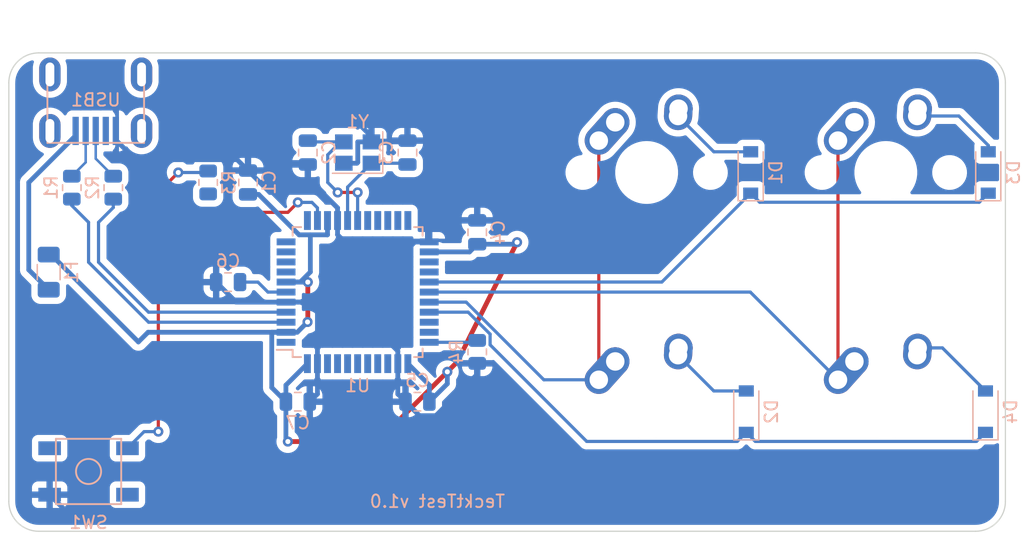
<source format=kicad_pcb>
(kicad_pcb (version 20211014) (generator pcbnew)
  (layers (0 "F.Cu" signal) (31 "B.Cu" signal) (34 "B.Paste" user) (35 "F.Paste" user) (36 "B.SilkS" user "B.Silkscreen") (37 "F.SilkS" user "F.Silkscreen") (38 "B.Mask" user) (39 "F.Mask" user) (44 "Edge.Cuts" user))
  (net 0 "")
  (net 1 "+5V")
  (net 2 "GND")
  (net 3 "Net-(C2-Pad2)")
  (net 4 "Net-(C3-Pad2)")
  (net 5 "Net-(C6-Pad1)")
  (net 6 "ROW0")
  (net 7 "Net-(D1-Pad2)")
  (net 8 "ROW1")
  (net 9 "Net-(D2-Pad2)")
  (net 10 "Net-(D3-Pad2)")
  (net 11 "Net-(D4-Pad2)")
  (net 12 "VCC")
  (net 13 "COL0")
  (net 14 "COL1")
  (net 15 "D-")
  (net 16 "Net-(R1-Pad2)")
  (net 17 "D+")
  (net 18 "Net-(R2-Pad2)")
  (net 19 "Net-(R3-Pad2)")
  (net 20 "Net-(R4-Pad1)")
  (footprint "MX_Alps_Hybrid:MX-1U-NoLED" (layer "F.Cu") (at 129.38125 96.8375)
    (fp_text reference "MX3")
    (fp_text value "MX-NoLED")
    (pad "" np_thru_hole circle locked (at -5.08 0 48.0996) (size 1.75 1.75) (drill 1.75) (layers *.Cu *.Mask))
    (pad "" np_thru_hole circle locked (at 0 0) (size 3.9878 3.9878) (drill 3.9878) (layers *.Cu *.Mask))
    (pad "" np_thru_hole circle locked (at 5.08 0 48.0996) (size 1.75 1.75) (drill 1.75) (layers *.Cu *.Mask))
    (pad "1" thru_hole oval locked (at -3.81 -2.54 48.0996) (size 4.211556 2.25) (drill 1.47 (offset 0.980778 0)) (layers *.Cu "B.Mask") (net 14 "COL1"))
    (pad "1" thru_hole circle locked (at -2.5 -4) (size 2.25 2.25) (drill 1.47) (layers *.Cu "B.Mask") (net 14 "COL1"))
    (pad "2" thru_hole circle locked (at 2.54 -5.08) (size 2.25 2.25) (drill 1.47) (layers *.Cu "B.Mask") (net 10 "Net-(D3-Pad2)"))
    (pad "2" thru_hole oval locked (at 2.5 -4.5 86.0548) (size 2.831378 2.25) (drill 1.47 (offset 0.290689 0)) (layers *.Cu "B.Mask") (net 10 "Net-(D3-Pad2)"))
  )
  (footprint "MX_Alps_Hybrid:MX-1U-NoLED" (layer "F.Cu") (at 110.33125 96.8375)
    (fp_text reference "MX1")
    (fp_text value "MX-NoLED")
    (pad "" np_thru_hole circle locked (at -5.08 0 48.0996) (size 1.75 1.75) (drill 1.75) (layers *.Cu *.Mask))
    (pad "" np_thru_hole circle locked (at 0 0) (size 3.9878 3.9878) (drill 3.9878) (layers *.Cu *.Mask))
    (pad "" np_thru_hole circle locked (at 5.08 0 48.0996) (size 1.75 1.75) (drill 1.75) (layers *.Cu *.Mask))
    (pad "1" thru_hole circle locked (at -2.5 -4) (size 2.25 2.25) (drill 1.47) (layers *.Cu "B.Mask") (net 13 "COL0"))
    (pad "1" thru_hole oval locked (at -3.81 -2.54 48.0996) (size 4.211556 2.25) (drill 1.47 (offset 0.980778 0)) (layers *.Cu "B.Mask") (net 13 "COL0"))
    (pad "2" thru_hole oval locked (at 2.5 -4.5 86.0548) (size 2.831378 2.25) (drill 1.47 (offset 0.290689 0)) (layers *.Cu "B.Mask") (net 7 "Net-(D1-Pad2)"))
    (pad "2" thru_hole circle locked (at 2.54 -5.08) (size 2.25 2.25) (drill 1.47) (layers *.Cu "B.Mask") (net 7 "Net-(D1-Pad2)"))
  )
  (footprint "MX_Alps_Hybrid:MX-1U-NoLED" (layer "F.Cu") (at 110.33125 115.8875)
    (fp_text reference "MX2")
    (fp_text value "MX-NoLED")
    (pad "" np_thru_hole circle locked (at 0 0) (size 3.9878 3.9878) (drill 3.9878) (layers *.Cu *.Mask))
    (pad "" np_thru_hole circle locked (at 5.08 0 48.0996) (size 1.75 1.75) (drill 1.75) (layers *.Cu *.Mask))
    (pad "" np_thru_hole circle locked (at -5.08 0 48.0996) (size 1.75 1.75) (drill 1.75) (layers *.Cu *.Mask))
    (pad "1" thru_hole circle locked (at -2.5 -4) (size 2.25 2.25) (drill 1.47) (layers *.Cu "B.Mask") (net 13 "COL0"))
    (pad "1" thru_hole oval locked (at -3.81 -2.54 48.0996) (size 4.211556 2.25) (drill 1.47 (offset 0.980778 0)) (layers *.Cu "B.Mask") (net 13 "COL0"))
    (pad "2" thru_hole circle locked (at 2.54 -5.08) (size 2.25 2.25) (drill 1.47) (layers *.Cu "B.Mask") (net 9 "Net-(D2-Pad2)"))
    (pad "2" thru_hole oval locked (at 2.5 -4.5 86.0548) (size 2.831378 2.25) (drill 1.47 (offset 0.290689 0)) (layers *.Cu "B.Mask") (net 9 "Net-(D2-Pad2)"))
  )
  (footprint "MX_Alps_Hybrid:MX-1U-NoLED" (layer "F.Cu") (at 129.38125 115.8875)
    (fp_text reference "MX4")
    (fp_text value "MX-NoLED")
    (pad "" np_thru_hole circle locked (at -5.08 0 48.0996) (size 1.75 1.75) (drill 1.75) (layers *.Cu *.Mask))
    (pad "" np_thru_hole circle locked (at 5.08 0 48.0996) (size 1.75 1.75) (drill 1.75) (layers *.Cu *.Mask))
    (pad "" np_thru_hole circle locked (at 0 0) (size 3.9878 3.9878) (drill 3.9878) (layers *.Cu *.Mask))
    (pad "1" thru_hole circle locked (at -2.5 -4) (size 2.25 2.25) (drill 1.47) (layers *.Cu "B.Mask") (net 14 "COL1"))
    (pad "1" thru_hole oval locked (at -3.81 -2.54 48.0996) (size 4.211556 2.25) (drill 1.47 (offset 0.980778 0)) (layers *.Cu "B.Mask") (net 14 "COL1"))
    (pad "2" thru_hole circle locked (at 2.54 -5.08) (size 2.25 2.25) (drill 1.47) (layers *.Cu "B.Mask") (net 11 "Net-(D4-Pad2)"))
    (pad "2" thru_hole oval locked (at 2.5 -4.5 86.0548) (size 2.831378 2.25) (drill 1.47 (offset 0.290689 0)) (layers *.Cu "B.Mask") (net 11 "Net-(D4-Pad2)"))
  )
  (footprint "Resistor_SMD:R_0805_2012Metric" (layer "B.Cu") (at 75.40625 97.63125 90)
    (fp_text reference "R3" (at 0 1.65 90) (layer "B.SilkS") (effects (justify mirror)))
    (fp_text value "10k")
    (fp_line (start -0.227064 0.735) (end 0.227064 0.735) (layer "B.SilkS") (width 0.12))
    (fp_line (start -0.227064 -0.735) (end 0.227064 -0.735) (layer "B.SilkS") (width 0.12))
    (pad "1" smd roundrect (at -0.9125 0 90) (size 1.025 1.4) (layers "B.Cu" "B.Paste" "B.Mask") (roundrect_rratio 0.243902439) (net 1 "+5V"))
    (pad "2" smd roundrect (at 0.9125 0 90) (size 1.025 1.4) (layers "B.Cu" "B.Paste" "B.Mask") (roundrect_rratio 0.243902439) (net 19 "Net-(R3-Pad2)"))
  )
  (footprint "Diode_SMD:D_SOD-123" (layer "B.Cu") (at 118.618 96.8375 90)
    (fp_text reference "D1" (at 0 2 90) (layer "B.SilkS") (effects (justify mirror)))
    (fp_text value "D_Small")
    (fp_line (start -2.25 -1) (end 1.65 -1) (layer "B.SilkS") (width 0.12))
    (fp_line (start -2.25 1) (end -2.25 -1) (layer "B.SilkS") (width 0.12))
    (fp_line (start -2.25 1) (end 1.65 1) (layer "B.SilkS") (width 0.12))
    (pad "1" smd rect (at -1.65 0 90) (size 0.9 1.2) (layers "B.Cu" "B.Paste" "B.Mask") (net 6 "ROW0"))
    (pad "2" smd rect (at 1.65 0 90) (size 0.9 1.2) (layers "B.Cu" "B.Paste" "B.Mask") (net 7 "Net-(D1-Pad2)"))
  )
  (footprint "Capacitor_SMD:C_0805_2012Metric" (layer "B.Cu") (at 78.58125 97.63125 90)
    (fp_text reference "C1" (at 0 1.68 90) (layer "B.SilkS") (effects (justify mirror)))
    (fp_text value "0.1uF")
    (fp_line (start -0.261252 0.735) (end 0.261252 0.735) (layer "B.SilkS") (width 0.12))
    (fp_line (start -0.261252 -0.735) (end 0.261252 -0.735) (layer "B.SilkS") (width 0.12))
    (pad "1" smd roundrect (at -0.95 0 90) (size 1 1.45) (layers "B.Cu" "B.Paste" "B.Mask") (net 1 "+5V"))
    (pad "2" smd roundrect (at 0.95 0 90) (size 1 1.45) (layers "B.Cu" "B.Paste" "B.Mask") (net 2 "GND"))
  )
  (footprint "Fuse:Fuse_1206_3216Metric" (layer "B.Cu") (at 62.70625 104.775 90)
    (fp_text reference "F1" (at 0 1.82 90) (layer "B.SilkS") (effects (justify mirror)))
    (fp_text value "500mA")
    (fp_line (start -0.602064 -0.91) (end 0.602064 -0.91) (layer "B.SilkS") (width 0.12))
    (fp_line (start -0.602064 0.91) (end 0.602064 0.91) (layer "B.SilkS") (width 0.12))
    (pad "1" smd roundrect (at -1.4 0 90) (size 1.25 1.75) (layers "B.Cu" "B.Paste" "B.Mask") (roundrect_rratio 0.2) (net 12 "VCC"))
    (pad "2" smd roundrect (at 1.4 0 90) (size 1.25 1.75) (layers "B.Cu" "B.Paste" "B.Mask") (roundrect_rratio 0.2) (net 1 "+5V"))
  )
  (footprint "Capacitor_SMD:C_0805_2012Metric" (layer "B.Cu") (at 96.8375 101.6 90)
    (fp_text reference "C4" (at 0 1.68 90) (layer "B.SilkS") (effects (justify mirror)))
    (fp_text value "0.1uF")
    (fp_line (start -0.261252 -0.735) (end 0.261252 -0.735) (layer "B.SilkS") (width 0.12))
    (fp_line (start -0.261252 0.735) (end 0.261252 0.735) (layer "B.SilkS") (width 0.12))
    (pad "1" smd roundrect (at -0.95 0 90) (size 1 1.45) (layers "B.Cu" "B.Paste" "B.Mask") (net 1 "+5V"))
    (pad "2" smd roundrect (at 0.95 0 90) (size 1 1.45) (layers "B.Cu" "B.Paste" "B.Mask") (net 2 "GND"))
  )
  (footprint "Capacitor_SMD:C_0805_2012Metric" (layer "B.Cu") (at 82.55 115.09375)
    (fp_text reference "C7" (at 0 1.68) (layer "B.SilkS") (effects (justify mirror)))
    (fp_text value "10uF")
    (fp_line (start -0.261252 -0.735) (end 0.261252 -0.735) (layer "B.SilkS") (width 0.12))
    (fp_line (start -0.261252 0.735) (end 0.261252 0.735) (layer "B.SilkS") (width 0.12))
    (pad "1" smd roundrect (at -0.95 0) (size 1 1.45) (layers "B.Cu" "B.Paste" "B.Mask") (net 1 "+5V"))
    (pad "2" smd roundrect (at 0.95 0) (size 1 1.45) (layers "B.Cu" "B.Paste" "B.Mask") (net 2 "GND"))
  )
  (footprint "Capacitor_SMD:C_0805_2012Metric" (layer "B.Cu") (at 76.99375 105.56875 180)
    (fp_text reference "C6" (at 0 1.68) (layer "B.SilkS") (effects (justify mirror)))
    (fp_text value "1uF")
    (fp_line (start -0.261252 0.735) (end 0.261252 0.735) (layer "B.SilkS") (width 0.12))
    (fp_line (start -0.261252 -0.735) (end 0.261252 -0.735) (layer "B.SilkS") (width 0.12))
    (pad "1" smd roundrect (at -0.95 0 180) (size 1 1.45) (layers "B.Cu" "B.Paste" "B.Mask") (net 5 "Net-(C6-Pad1)"))
    (pad "2" smd roundrect (at 0.95 0 180) (size 1 1.45) (layers "B.Cu" "B.Paste" "B.Mask") (net 2 "GND"))
  )
  (footprint "random-keyboard-parts:Molex-0548190589" (layer "B.Cu") (at 66.45275 89.027 -90)
    (fp_text reference "USB1" (at 2.032 0) (layer "B.SilkS") (effects (justify mirror)))
    (fp_text value "Molex-0548190589")
    (fp_line (start 0 3.85) (end 5.45 3.85) (layer "B.SilkS") (width 0.15))
    (fp_line (start 5.45 3.85) (end 5.45 -3.85) (layer "B.SilkS") (width 0.15))
    (fp_line (start 0 -3.85) (end 5.45 -3.85) (layer "B.SilkS") (width 0.15))
    (pad "1" smd rect locked (at 4.5 -1.6 270) (size 2.25 0.5) (layers "B.Cu" "B.Paste" "B.Mask") (net 2 "GND"))
    (pad "2" smd rect locked (at 4.5 -0.8 270) (size 2.25 0.5) (layers "B.Cu" "B.Paste" "B.Mask"))
    (pad "3" smd rect locked (at 4.5 0 270) (size 2.25 0.5) (layers "B.Cu" "B.Paste" "B.Mask") (net 17 "D+"))
    (pad "4" smd rect locked (at 4.5 0.8 270) (size 2.25 0.5) (layers "B.Cu" "B.Paste" "B.Mask") (net 15 "D-"))
    (pad "5" smd rect locked (at 4.5 1.6 270) (size 2.25 0.5) (layers "B.Cu" "B.Paste" "B.Mask") (net 12 "VCC"))
    (pad "6" thru_hole oval locked (at 0 3.65 270) (size 2.7 1.7) (drill oval 1.9 0.7) (layers *.Cu *.Mask))
    (pad "6" thru_hole oval locked (at 4.5 -3.65 270) (size 2.7 1.7) (drill oval 1.9 0.7) (layers *.Cu *.Mask))
    (pad "6" thru_hole oval locked (at 0 -3.65 270) (size 2.7 1.7) (drill oval 1.9 0.7) (layers *.Cu *.Mask))
    (pad "6" thru_hole oval locked (at 4.5 3.65 270) (size 2.7 1.7) (drill oval 1.9 0.7) (layers *.Cu *.Mask))
  )
  (footprint "Diode_SMD:D_SOD-123" (layer "B.Cu") (at 137.31875 115.8875 90)
    (fp_text reference "D4" (at 0 2 90) (layer "B.SilkS") (effects (justify mirror)))
    (fp_text value "D_Small")
    (fp_line (start -2.25 1) (end -2.25 -1) (layer "B.SilkS") (width 0.12))
    (fp_line (start -2.25 1) (end 1.65 1) (layer "B.SilkS") (width 0.12))
    (fp_line (start -2.25 -1) (end 1.65 -1) (layer "B.SilkS") (width 0.12))
    (pad "1" smd rect (at -1.65 0 90) (size 0.9 1.2) (layers "B.Cu" "B.Paste" "B.Mask") (net 8 "ROW1"))
    (pad "2" smd rect (at 1.65 0 90) (size 0.9 1.2) (layers "B.Cu" "B.Paste" "B.Mask") (net 11 "Net-(D4-Pad2)"))
  )
  (footprint "Resistor_SMD:R_0805_2012Metric" (layer "B.Cu") (at 96.8375 111.125 -90)
    (fp_text reference "R4" (at 0 1.65 90) (layer "B.SilkS") (effects (justify mirror)))
    (fp_text value "10k")
    (fp_line (start -0.227064 -0.735) (end 0.227064 -0.735) (layer "B.SilkS") (width 0.12))
    (fp_line (start -0.227064 0.735) (end 0.227064 0.735) (layer "B.SilkS") (width 0.12))
    (pad "1" smd roundrect (at -0.9125 0 270) (size 1.025 1.4) (layers "B.Cu" "B.Paste" "B.Mask") (roundrect_rratio 0.243902439) (net 20 "Net-(R4-Pad1)"))
    (pad "2" smd roundrect (at 0.9125 0 270) (size 1.025 1.4) (layers "B.Cu" "B.Paste" "B.Mask") (roundrect_rratio 0.243902439) (net 2 "GND"))
  )
  (footprint "Resistor_SMD:R_0805_2012Metric" (layer "B.Cu") (at 64.54775 98.044 -90)
    (fp_text reference "R1" (at 0 1.65 90) (layer "B.SilkS") (effects (justify mirror)))
    (fp_text value "22")
    (fp_line (start -0.227064 0.735) (end 0.227064 0.735) (layer "B.SilkS") (width 0.12))
    (fp_line (start -0.227064 -0.735) (end 0.227064 -0.735) (layer "B.SilkS") (width 0.12))
    (pad "1" smd roundrect (at -0.9125 0 270) (size 1.025 1.4) (layers "B.Cu" "B.Paste" "B.Mask") (roundrect_rratio 0.243902439) (net 15 "D-"))
    (pad "2" smd roundrect (at 0.9125 0 270) (size 1.025 1.4) (layers "B.Cu" "B.Paste" "B.Mask") (roundrect_rratio 0.243902439) (net 16 "Net-(R1-Pad2)"))
  )
  (footprint "Capacitor_SMD:C_0805_2012Metric" (layer "B.Cu") (at 83.34375 95.25 90)
    (fp_text reference "C2" (at 0 1.68 90) (layer "B.SilkS") (effects (justify mirror)))
    (fp_text value "22pF")
    (fp_line (start -0.261252 0.735) (end 0.261252 0.735) (layer "B.SilkS") (width 0.12))
    (fp_line (start -0.261252 -0.735) (end 0.261252 -0.735) (layer "B.SilkS") (width 0.12))
    (pad "1" smd roundrect (at -0.95 0 90) (size 1 1.45) (layers "B.Cu" "B.Paste" "B.Mask") (net 2 "GND"))
    (pad "2" smd roundrect (at 0.95 0 90) (size 1 1.45) (layers "B.Cu" "B.Paste" "B.Mask") (net 3 "Net-(C2-Pad2)"))
  )
  (footprint "Diode_SMD:D_SOD-123" (layer "B.Cu") (at 137.541 96.8375 90)
    (fp_text reference "D3" (at 0 2 90) (layer "B.SilkS") (effects (justify mirror)))
    (fp_text value "D_Small")
    (fp_line (start -2.25 -1) (end 1.65 -1) (layer "B.SilkS") (width 0.12))
    (fp_line (start -2.25 1) (end 1.65 1) (layer "B.SilkS") (width 0.12))
    (fp_line (start -2.25 1) (end -2.25 -1) (layer "B.SilkS") (width 0.12))
    (pad "1" smd rect (at -1.65 0 90) (size 0.9 1.2) (layers "B.Cu" "B.Paste" "B.Mask") (net 6 "ROW0"))
    (pad "2" smd rect (at 1.65 0 90) (size 0.9 1.2) (layers "B.Cu" "B.Paste" "B.Mask") (net 10 "Net-(D3-Pad2)"))
  )
  (footprint "Crystal:Crystal_SMD_3225-4Pin_3.2x2.5mm" (layer "B.Cu") (at 87.3125 95.25 180)
    (fp_text reference "Y1" (at 0 2.45) (layer "B.SilkS") (effects (justify mirror)))
    (fp_text value "16MHz")
    (fp_line (start -2 -1.65) (end 2 -1.65) (layer "B.SilkS") (width 0.12))
    (fp_line (start -2 1.65) (end -2 -1.65) (layer "B.SilkS") (width 0.12))
    (pad "1" smd rect (at -1.1 -0.85 180) (size 1.4 1.2) (layers "B.Cu" "B.Paste" "B.Mask") (net 4 "Net-(C3-Pad2)"))
    (pad "2" smd rect (at 1.1 -0.85 180) (size 1.4 1.2) (layers "B.Cu" "B.Paste" "B.Mask") (net 2 "GND"))
    (pad "3" smd rect (at 1.1 0.85 180) (size 1.4 1.2) (layers "B.Cu" "B.Paste" "B.Mask") (net 3 "Net-(C2-Pad2)"))
    (pad "4" smd rect (at -1.1 0.85 180) (size 1.4 1.2) (layers "B.Cu" "B.Paste" "B.Mask") (net 2 "GND"))
  )
  (footprint "Capacitor_SMD:C_0805_2012Metric" (layer "B.Cu") (at 91.28125 95.25 -90)
    (fp_text reference "C3" (at 0 1.68 90) (layer "B.SilkS") (effects (justify mirror)))
    (fp_text value "22pF")
    (fp_line (start -0.261252 -0.735) (end 0.261252 -0.735) (layer "B.SilkS") (width 0.12))
    (fp_line (start -0.261252 0.735) (end 0.261252 0.735) (layer "B.SilkS") (width 0.12))
    (pad "1" smd roundrect (at -0.95 0 270) (size 1 1.45) (layers "B.Cu" "B.Paste" "B.Mask") (net 2 "GND"))
    (pad "2" smd roundrect (at 0.95 0 270) (size 1 1.45) (layers "B.Cu" "B.Paste" "B.Mask") (net 4 "Net-(C3-Pad2)"))
  )
  (footprint "Package_QFP:TQFP-44_10x10mm_P0.8mm" (layer "B.Cu") (at 87.3125 106.3625)
    (fp_text reference "U1" (at 0 7.45) (layer "B.SilkS") (effects (justify mirror)))
    (fp_text value "ATmega32U4-A")
    (fp_line (start 5.175 5.175) (end 5.175 4.5) (layer "B.SilkS") (width 0.15))
    (fp_line (start -5.175 5.175) (end -5.175 4.6) (layer "B.SilkS") (width 0.15))
    (fp_line (start 5.175 5.175) (end 4.5 5.175) (layer "B.SilkS") (width 0.15))
    (fp_line (start 5.175 -5.175) (end 5.175 -4.5) (layer "B.SilkS") (width 0.15))
    (fp_line (start -5.175 5.175) (end -4.5 5.175) (layer "B.SilkS") (width 0.15))
    (fp_line (start -5.175 -5.175) (end -4.5 -5.175) (layer "B.SilkS") (width 0.15))
    (fp_line (start 5.175 -5.175) (end 4.5 -5.175) (layer "B.SilkS") (width 0.15))
    (fp_line (start -5.175 -5.175) (end -5.175 -4.5) (layer "B.SilkS") (width 0.15))
    (fp_line (start -5.175 4.6) (end -6.45 4.6) (layer "B.SilkS") (width 0.15))
    (pad "1" smd rect (at -5.7 4) (size 1.5 0.55) (layers "B.Cu" "B.Paste" "B.Mask"))
    (pad "2" smd rect (at -5.7 3.2) (size 1.5 0.55) (layers "B.Cu" "B.Paste" "B.Mask") (net 1 "+5V"))
    (pad "3" smd rect (at -5.7 2.4) (size 1.5 0.55) (layers "B.Cu" "B.Paste" "B.Mask") (net 16 "Net-(R1-Pad2)"))
    (pad "4" smd rect (at -5.7 1.6) (size 1.5 0.55) (layers "B.Cu" "B.Paste" "B.Mask") (net 18 "Net-(R2-Pad2)"))
    (pad "5" smd rect (at -5.7 0.8) (size 1.5 0.55) (layers "B.Cu" "B.Paste" "B.Mask") (net 2 "GND"))
    (pad "6" smd rect (at -5.7 0) (size 1.5 0.55) (layers "B.Cu" "B.Paste" "B.Mask") (net 5 "Net-(C6-Pad1)"))
    (pad "7" smd rect (at -5.7 -0.8) (size 1.5 0.55) (layers "B.Cu" "B.Paste" "B.Mask") (net 1 "+5V"))
    (pad "8" smd rect (at -5.7 -1.6) (size 1.5 0.55) (layers "B.Cu" "B.Paste" "B.Mask"))
    (pad "9" smd rect (at -5.7 -2.4) (size 1.5 0.55) (layers "B.Cu" "B.Paste" "B.Mask"))
    (pad "10" smd rect (at -5.7 -3.2) (size 1.5 0.55) (layers "B.Cu" "B.Paste" "B.Mask"))
    (pad "11" smd rect (at -5.7 -4) (size 1.5 0.55) (layers "B.Cu" "B.Paste" "B.Mask"))
    (pad "12" smd rect (at -4 -5.7 270) (size 1.5 0.55) (layers "B.Cu" "B.Paste" "B.Mask"))
    (pad "13" smd rect (at -3.2 -5.7 270) (size 1.5 0.55) (layers "B.Cu" "B.Paste" "B.Mask") (net 19 "Net-(R3-Pad2)"))
    (pad "14" smd rect (at -2.4 -5.7 270) (size 1.5 0.55) (layers "B.Cu" "B.Paste" "B.Mask") (net 1 "+5V"))
    (pad "15" smd rect (at -1.6 -5.7 270) (size 1.5 0.55) (layers "B.Cu" "B.Paste" "B.Mask") (net 2 "GND"))
    (pad "16" smd rect (at -0.8 -5.7 270) (size 1.5 0.55) (layers "B.Cu" "B.Paste" "B.Mask") (net 4 "Net-(C3-Pad2)"))
    (pad "17" smd rect (at 0 -5.7 270) (size 1.5 0.55) (layers "B.Cu" "B.Paste" "B.Mask") (net 3 "Net-(C2-Pad2)"))
    (pad "18" smd rect (at 0.8 -5.7 270) (size 1.5 0.55) (layers "B.Cu" "B.Paste" "B.Mask"))
    (pad "19" smd rect (at 1.6 -5.7 270) (size 1.5 0.55) (layers "B.Cu" "B.Paste" "B.Mask"))
    (pad "20" smd rect (at 2.4 -5.7 270) (size 1.5 0.55) (layers "B.Cu" "B.Paste" "B.Mask"))
    (pad "21" smd rect (at 3.2 -5.7 270) (size 1.5 0.55) (layers "B.Cu" "B.Paste" "B.Mask"))
    (pad "22" smd rect (at 4 -5.7 270) (size 1.5 0.55) (layers "B.Cu" "B.Paste" "B.Mask"))
    (pad "23" smd rect (at 5.7 -4) (size 1.5 0.55) (layers "B.Cu" "B.Paste" "B.Mask") (net 2 "GND"))
    (pad "24" smd rect (at 5.7 -3.2) (size 1.5 0.55) (layers "B.Cu" "B.Paste" "B.Mask") (net 1 "+5V"))
    (pad "25" smd rect (at 5.7 -2.4) (size 1.5 0.55) (layers "B.Cu" "B.Paste" "B.Mask"))
    (pad "26" smd rect (at 5.7 -1.6) (size 1.5 0.55) (layers "B.Cu" "B.Paste" "B.Mask"))
    (pad "27" smd rect (at 5.7 -0.8) (size 1.5 0.55) (layers "B.Cu" "B.Paste" "B.Mask") (net 6 "ROW0"))
    (pad "28" smd rect (at 5.7 0) (size 1.5 0.55) (layers "B.Cu" "B.Paste" "B.Mask") (net 14 "COL1"))
    (pad "29" smd rect (at 5.7 0.8) (size 1.5 0.55) (layers "B.Cu" "B.Paste" "B.Mask") (net 13 "COL0"))
    (pad "30" smd rect (at 5.7 1.6) (size 1.5 0.55) (layers "B.Cu" "B.Paste" "B.Mask") (net 8 "ROW1"))
    (pad "31" smd rect (at 5.7 2.4) (size 1.5 0.55) (layers "B.Cu" "B.Paste" "B.Mask"))
    (pad "32" smd rect (at 5.7 3.2) (size 1.5 0.55) (layers "B.Cu" "B.Paste" "B.Mask"))
    (pad "33" smd rect (at 5.7 4) (size 1.5 0.55) (layers "B.Cu" "B.Paste" "B.Mask") (net 20 "Net-(R4-Pad1)"))
    (pad "34" smd rect (at 4 5.7 270) (size 1.5 0.55) (layers "B.Cu" "B.Paste" "B.Mask") (net 1 "+5V"))
    (pad "35" smd rect (at 3.2 5.7 270) (size 1.5 0.55) (layers "B.Cu" "B.Paste" "B.Mask") (net 2 "GND"))
    (pad "36" smd rect (at 2.4 5.7 270) (size 1.5 0.55) (layers "B.Cu" "B.Paste" "B.Mask"))
    (pad "37" smd rect (at 1.6 5.7 270) (size 1.5 0.55) (layers "B.Cu" "B.Paste" "B.Mask"))
    (pad "38" smd rect (at 0.8 5.7 270) (size 1.5 0.55) (layers "B.Cu" "B.Paste" "B.Mask"))
    (pad "39" smd rect (at 0 5.7 270) (size 1.5 0.55) (layers "B.Cu" "B.Paste" "B.Mask"))
    (pad "40" smd rect (at -0.8 5.7 270) (size 1.5 0.55) (layers "B.Cu" "B.Paste" "B.Mask"))
    (pad "41" smd rect (at -1.6 5.7 270) (size 1.5 0.55) (layers "B.Cu" "B.Paste" "B.Mask"))
    (pad "42" smd rect (at -2.4 5.7 270) (size 1.5 0.55) (layers "B.Cu" "B.Paste" "B.Mask"))
    (pad "43" smd rect (at -3.2 5.7 270) (size 1.5 0.55) (layers "B.Cu" "B.Paste" "B.Mask") (net 2 "GND"))
    (pad "44" smd rect (at -4 5.7 270) (size 1.5 0.55) (layers "B.Cu" "B.Paste" "B.Mask") (net 1 "+5V"))
  )
  (footprint "random-keyboard-parts:SKQG-1155865" (layer "B.Cu") (at 65.88125 120.65 180)
    (fp_text reference "SW1" (at 0 -4.064) (layer "B.SilkS") (effects (justify mirror)))
    (fp_text value "SW_Push")
    (fp_line (start -2.6 -2.6) (end -2.6 2.6) (layer "B.SilkS") (width 0.15))
    (fp_line (start 2.6 2.6) (end 2.6 -2.6) (layer "B.SilkS") (width 0.15))
    (fp_line (start -2.6 2.6) (end 2.6 2.6) (layer "B.SilkS") (width 0.15))
    (fp_line (start 2.6 -2.6) (end -2.6 -2.6) (layer "B.SilkS") (width 0.15))
    (fp_circle (center 0 0) (end 1 0) (layer "B.SilkS") (width 0.15) (fill none))
    (pad "1" smd rect locked (at 3.1 -1.85 180) (size 1.8 1.1) (layers "B.Cu" "B.Paste" "B.Mask") (net 2 "GND"))
    (pad "2" smd rect locked (at -3.1 1.85 180) (size 1.8 1.1) (layers "B.Cu" "B.Paste" "B.Mask") (net 19 "Net-(R3-Pad2)"))
    (pad "3" smd rect locked (at 3.1 1.85 180) (size 1.8 1.1) (layers "B.Cu" "B.Paste" "B.Mask"))
    (pad "4" smd rect locked (at -3.1 -1.85 180) (size 1.8 1.1) (layers "B.Cu" "B.Paste" "B.Mask"))
  )
  (footprint "Resistor_SMD:R_0805_2012Metric" (layer "B.Cu") (at 67.84975 98.044 -90)
    (fp_text reference "R2" (at 0 1.65 90) (layer "B.SilkS") (effects (justify mirror)))
    (fp_text value "22")
    (fp_line (start -0.227064 -0.735) (end 0.227064 -0.735) (layer "B.SilkS") (width 0.12))
    (fp_line (start -0.227064 0.735) (end 0.227064 0.735) (layer "B.SilkS") (width 0.12))
    (pad "1" smd roundrect (at -0.9125 0 270) (size 1.025 1.4) (layers "B.Cu" "B.Paste" "B.Mask") (roundrect_rratio 0.243902439) (net 17 "D+"))
    (pad "2" smd roundrect (at 0.9125 0 270) (size 1.025 1.4) (layers "B.Cu" "B.Paste" "B.Mask") (roundrect_rratio 0.243902439) (net 18 "Net-(R2-Pad2)"))
  )
  (footprint "Capacitor_SMD:C_0805_2012Metric" (layer "B.Cu") (at 92.075 115.09375 180)
    (fp_text reference "C5" (at 0 1.68) (layer "B.SilkS") (effects (justify mirror)))
    (fp_text value "0.1uF")
    (fp_line (start -0.261252 0.735) (end 0.261252 0.735) (layer "B.SilkS") (width 0.12))
    (fp_line (start -0.261252 -0.735) (end 0.261252 -0.735) (layer "B.SilkS") (width 0.12))
    (pad "1" smd roundrect (at -0.95 0 180) (size 1 1.45) (layers "B.Cu" "B.Paste" "B.Mask") (net 1 "+5V"))
    (pad "2" smd roundrect (at 0.95 0 180) (size 1 1.45) (layers "B.Cu" "B.Paste" "B.Mask") (net 2 "GND"))
  )
  (footprint "Diode_SMD:D_SOD-123" (layer "B.Cu") (at 118.26875 115.8875 90)
    (fp_text reference "D2" (at 0 2 90) (layer "B.SilkS") (effects (justify mirror)))
    (fp_text value "D_Small")
    (fp_line (start -2.25 1) (end -2.25 -1) (layer "B.SilkS") (width 0.12))
    (fp_line (start -2.25 -1) (end 1.65 -1) (layer "B.SilkS") (width 0.12))
    (fp_line (start -2.25 1) (end 1.65 1) (layer "B.SilkS") (width 0.12))
    (pad "1" smd rect (at -1.65 0 90) (size 0.9 1.2) (layers "B.Cu" "B.Paste" "B.Mask") (net 8 "ROW1"))
    (pad "2" smd rect (at 1.65 0 90) (size 0.9 1.2) (layers "B.Cu" "B.Paste" "B.Mask") (net 9 "Net-(D2-Pad2)"))
  )
  (gr_arc (start 61.9125 125.4125) (mid 60.228702 124.715048) (end 59.53125 123.03125) (layer "Edge.Cuts") (width 0.1))
  (gr_arc (start 138.90625 123.03125) (mid 138.208798 124.715048) (end 136.525 125.4125) (layer "Edge.Cuts") (width 0.1))
  (gr_line (start 59.53125 89.69375) (end 59.53125 123.03125) (layer "Edge.Cuts") (width 0.1))
  (gr_line (start 61.9125 87.3125) (end 136.525 87.3125) (layer "Edge.Cuts") (width 0.1))
  (gr_arc (start 136.525 87.3125) (mid 138.208798 88.009952) (end 138.90625 89.69375) (layer "Edge.Cuts") (width 0.1))
  (gr_line (start 61.9125 125.4125) (end 136.525 125.4125) (layer "Edge.Cuts") (width 0.1))
  (gr_arc (start 59.53125 89.69375) (mid 60.228702 88.009952) (end 61.9125 87.3125) (layer "Edge.Cuts") (width 0.1))
  (gr_line (start 138.90625 89.69375) (end 138.90625 123.03125) (layer "Edge.Cuts") (width 0.1))
  (gr_text "TecktTest v1.0" (at 93.6625 123.03125) (layer "B.SilkS") (effects (font (size 1 1)) (justify mirror)))
  (segment (start 88.9 118.26875) (end 94.45625 112.7125) (width 0.381) (layer "F.Cu") (net 1))
  (segment (start 83.3225 108.74375) (end 83.34375 108.7225) (width 0.381) (layer "F.Cu") (net 1))
  (segment (start 83.34375 108.7225) (end 83.34375 105.56875) (width 0.381) (layer "F.Cu") (net 1))
  (segment (start 81.75625 118.26875) (end 88.9 118.26875) (width 0.381) (layer "F.Cu") (net 1))
  (segment (start 95.25 111.91875) (end 94.45625 112.7125) (width 0.381) (layer "F.Cu") (net 1))
  (segment (start 100.0125 102.39375) (end 95.25 111.91875) (width 0.381) (layer "F.Cu") (net 1))
  (via (at 81.75625 118.26875) (size 0.8) (drill 0.4) (layers "F.Cu" "B.Cu") (net 1))
  (via (at 83.3225 108.74375) (size 0.8) (drill 0.4) (layers "F.Cu" "B.Cu") (net 1))
  (via (at 100.0125 102.39375) (size 0.8) (drill 0.4) (layers "F.Cu" "B.Cu") (net 1))
  (via (at 83.34375 105.56875) (size 0.8) (drill 0.4) (layers "F.Cu" "B.Cu") (net 1))
  (via (at 94.45625 112.7125) (size 0.8) (drill 0.4) (layers "F.Cu" "B.Cu") (net 1))
  (segment (start 62.89375 103.375) (end 69.85 110.33125) (width 0.381) (layer "B.Cu") (net 1))
  (segment (start 81.6125 109.5625) (end 82.50375 109.5625) (width 0.381) (layer "B.Cu") (net 1))
  (segment (start 81.6125 105.5625) (end 82.7435 105.5625) (width 0.381) (layer "B.Cu") (net 1))
  (segment (start 83.546261 101.802511) (end 84.903489 101.802511) (width 0.381) (layer "B.Cu") (net 1))
  (segment (start 96.8375 102.55) (end 96.225 103.1625) (width 0.381) (layer "B.Cu") (net 1))
  (segment (start 93.025 113.775) (end 91.3125 112.0625) (width 0.381) (layer "B.Cu") (net 1))
  (segment (start 81.61875 105.56875) (end 81.6125 105.5625) (width 0.381) (layer "B.Cu") (net 1))
  (segment (start 62.70625 103.375) (end 62.89375 103.375) (width 0.381) (layer "B.Cu") (net 1))
  (segment (start 82.50375 109.5625) (end 83.3225 108.74375) (width 0.381) (layer "B.Cu") (net 1))
  (segment (start 80.472489 109.571511) (end 80.472489 113.966239) (width 0.381) (layer "B.Cu") (net 1))
  (segment (start 96.8375 102.55) (end 99.85625 102.55) (width 0.381) (layer "B.Cu") (net 1))
  (segment (start 80.472489 113.966239) (end 81.6 115.09375) (width 0.381) (layer "B.Cu") (net 1))
  (segment (start 81.6 118.1125) (end 81.75625 118.26875) (width 0.381) (layer "B.Cu") (net 1))
  (segment (start 81.6 115.09375) (end 81.6 118.1125) (width 0.381) (layer "B.Cu") (net 1))
  (segment (start 84.9125 101.7935) (end 84.9125 100.6625) (width 0.381) (layer "B.Cu") (net 1))
  (segment (start 78.58125 98.58125) (end 79.426228 98.58125) (width 0.381) (layer "B.Cu") (net 1))
  (segment (start 93.025 115.09375) (end 93.025 113.775) (width 0.381) (layer "B.Cu") (net 1))
  (segment (start 82.647489 101.802511) (end 83.546261 101.802511) (width 0.381) (layer "B.Cu") (net 1))
  (segment (start 81.6 115.09375) (end 81.6 113.775) (width 0.381) (layer "B.Cu") (net 1))
  (segment (start 69.85 110.33125) (end 70.61875 109.5625) (width 0.381) (layer "B.Cu") (net 1))
  (segment (start 99.85625 102.55) (end 100.0125 102.39375) (width 0.381) (layer "B.Cu") (net 1))
  (segment (start 83.34375 105.56875) (end 81.61875 105.56875) (width 0.381) (layer "B.Cu") (net 1))
  (segment (start 96.225 103.1625) (end 93.0125 103.1625) (width 0.381) (layer "B.Cu") (net 1))
  (segment (start 82.7435 105.5625) (end 83.546261 104.759739) (width 0.381) (layer "B.Cu") (net 1))
  (segment (start 83.546261 104.759739) (end 83.546261 101.802511) (width 0.381) (layer "B.Cu") (net 1))
  (segment (start 81.6125 109.5625) (end 80.4815 109.5625) (width 0.381) (layer "B.Cu") (net 1))
  (segment (start 94.45625 112.7125) (end 94.45625 113.6625) (width 0.381) (layer "B.Cu") (net 1))
  (segment (start 70.61875 109.5625) (end 81.6125 109.5625) (width 0.381) (layer "B.Cu") (net 1))
  (segment (start 80.4815 109.5625) (end 80.472489 109.571511) (width 0.381) (layer "B.Cu") (net 1))
  (segment (start 94.45625 113.6625) (end 93.025 115.09375) (width 0.381) (layer "B.Cu") (net 1))
  (segment (start 81.6 113.775) (end 83.3125 112.0625) (width 0.381) (layer "B.Cu") (net 1))
  (segment (start 79.426228 98.58125) (end 82.647489 101.802511) (width 0.381) (layer "B.Cu") (net 1))
  (segment (start 84.903489 101.802511) (end 84.9125 101.7935) (width 0.381) (layer "B.Cu") (net 1))
  (segment (start 93.540104 116.20877) (end 92.24002 116.20877) (width 0.381) (layer "B.Cu") (net 2))
  (segment (start 92.86875 101.6) (end 92.86875 102.21875) (width 0.381) (layer "B.Cu") (net 2))
  (segment (start 80.9625 93.6625) (end 81.75625 92.86875) (width 0.381) (layer "B.Cu") (net 2))
  (segment (start 85.7125 100.6625) (end 85.7125 101.7935) (width 0.381) (layer "B.Cu") (net 2))
  (segment (start 68.05275 94.2465) (end 69.62248 95.81623) (width 0.381) (layer "B.Cu") (net 2))
  (segment (start 83.34375 96.2) (end 83.1875 96.04375) (width 0.381) (layer "B.Cu") (net 2))
  (segment (start 85.7125 99.657478) (end 85.7125 100.6625) (width 0.381) (layer "B.Cu") (net 2))
  (segment (start 90.5125 114.48125) (end 90.5125 112.0625) (width 0.381) (layer "B.Cu") (net 2))
  (segment (start 83.5 122.08125) (end 83.5 115.09375) (width 0.381) (layer "B.Cu") (net 2))
  (segment (start 93.81875 100.65) (end 92.86875 101.6) (width 0.381) (layer "B.Cu") (net 2))
  (segment (start 68.05275 93.527) (end 68.05275 94.2465) (width 0.381) (layer "B.Cu") (net 2))
  (segment (start 62.78125 122.5) (end 64.10625 123.825) (width 0.381) (layer "B.Cu") (net 2))
  (segment (start 90.5125 111.057478) (end 90.5125 112.0625) (width 0.381) (layer "B.Cu") (net 2))
  (segment (start 96.8375 112.0375) (end 96.8375 112.911374) (width 0.381) (layer "B.Cu") (net 2))
  (segment (start 86.617522 107.1625) (end 90.5125 111.057478) (width 0.381) (layer "B.Cu") (net 2))
  (segment (start 81.75625 123.825) (end 83.5 122.08125) (width 0.381) (layer "B.Cu") (net 2))
  (segment (start 69.62248 95.81623) (end 77.71623 95.81623) (width 0.381) (layer "B.Cu") (net 2))
  (segment (start 84.1125 112.0625) (end 84.1125 107.18125) (width 0.381) (layer "B.Cu") (net 2))
  (segment (start 81.75625 96.04375) (end 80.9625 95.25) (width 0.381) (layer "B.Cu") (net 2))
  (segment (start 81.75625 92.86875) (end 87.3125 92.86875) (width 0.381) (layer "B.Cu") (net 2))
  (segment (start 92.86875 102.21875) (end 93.0125 102.3625) (width 0.381) (layer "B.Cu") (net 2))
  (segment (start 87.322489 96.033761) (end 87.322489 94.409011) (width 0.381) (layer "B.Cu") (net 2))
  (segment (start 81.6125 107.1625) (end 84.13125 107.1625) (width 0.381) (layer "B.Cu") (net 2))
  (segment (start 85.7125 101.7935) (end 86.2815 102.3625) (width 0.381) (layer "B.Cu") (net 2))
  (segment (start 84.1125 112.0625) (end 84.1125 114.48125) (width 0.381) (layer "B.Cu") (net 2))
  (segment (start 88.4125 93.96875) (end 88.4125 94.4) (width 0.381) (layer "B.Cu") (net 2))
  (segment (start 87.322489 94.409011) (end 87.3315 94.4) (width 0.381) (layer "B.Cu") (net 2))
  (segment (start 86.2125 96.1) (end 87.25625 96.1) (width 0.381) (layer "B.Cu") (net 2))
  (segment (start 87.3315 94.4) (end 88.4125 94.4) (width 0.381) (layer "B.Cu") (net 2))
  (segment (start 77.71623 95.81623) (end 78.58125 96.68125) (width 0.381) (layer "B.Cu") (net 2))
  (segment (start 96.8375 100.65) (end 93.81875 100.65) (width 0.381) (layer "B.Cu") (net 2))
  (segment (start 77.6375 107.1625) (end 81.6125 107.1625) (width 0.381) (layer "B.Cu") (net 2))
  (segment (start 87.0815 107.1625) (end 81.6125 107.1625) (width 0.381) (layer "B.Cu") (net 2))
  (segment (start 80.9625 98.425) (end 84.480022 98.425) (width 0.381) (layer "B.Cu") (net 2))
  (segment (start 84.1125 107.18125) (end 84.13125 107.1625) (width 0.381) (layer "B.Cu") (net 2))
  (segment (start 83.34375 97.288728) (end 85.7125 99.657478) (width 0.381) (layer "B.Cu") (net 2))
  (segment (start 84.1125 114.48125) (end 83.5 115.09375) (width 0.381) (layer "B.Cu") (net 2))
  (segment (start 88.4125 94.4) (end 91.18125 94.4) (width 0.381) (layer "B.Cu") (net 2))
  (segment (start 87.25625 96.1) (end 87.322489 96.033761) (width 0.381) (layer "B.Cu") (net 2))
  (segment (start 91.18125 94.4) (end 91.28125 94.3) (width 0.381) (layer "B.Cu") (net 2))
  (segment (start 80.9625 95.25) (end 80.9625 93.6625) (width 0.381) (layer "B.Cu") (net 2))
  (segment (start 64.10625 123.825) (end 81.75625 123.825) (width 0.381) (layer "B.Cu") (net 2))
  (segment (start 91.8815 102.3625) (end 87.0815 107.1625) (width 0.381) (layer "B.Cu") (net 2))
  (segment (start 78.58125 96.68125) (end 80.325 98.425) (width 0.381) (layer "B.Cu") (net 2))
  (segment (start 80.325 98.425) (end 80.9625 98.425) (width 0.381) (layer "B.Cu") (net 2))
  (segment (start 83.1875 96.04375) (end 81.75625 96.04375) (width 0.381) (layer "B.Cu") (net 2))
  (segment (start 83.34375 96.2) (end 83.34375 97.288728) (width 0.381) (layer "B.Cu") (net 2))
  (segment (start 76.04375 105.56875) (end 77.6375 107.1625) (width 0.381) (layer "B.Cu") (net 2))
  (segment (start 96.8375 112.911374) (end 93.540104 116.20877) (width 0.381) (layer "B.Cu") (net 2))
  (segment (start 92.24002 116.20877) (end 91.125 115.09375) (width 0.381) (layer "B.Cu") (net 2))
  (segment (start 86.2815 102.3625) (end 93.0125 102.3625) (width 0.381) (layer "B.Cu") (net 2))
  (segment (start 84.480022 98.425) (end 85.7125 99.657478) (width 0.381) (layer "B.Cu") (net 2))
  (segment (start 84.13125 107.1625) (end 86.617522 107.1625) (width 0.381) (layer "B.Cu") (net 2))
  (segment (start 91.125 115.09375) (end 90.5125 114.48125) (width 0.381) (layer "B.Cu") (net 2))
  (segment (start 87.3125 92.86875) (end 88.4125 93.96875) (width 0.381) (layer "B.Cu") (net 2))
  (segment (start 93.0125 102.3625) (end 91.8815 102.3625) (width 0.381) (layer "B.Cu") (net 2))
  (segment (start 85.725 98.425) (end 87.3125 98.425) (width 0.254) (layer "F.Cu") (net 3))
  (via (at 85.725 98.425) (size 0.8) (drill 0.4) (layers "F.Cu" "B.Cu") (net 3))
  (via (at 87.3125 98.425) (size 0.8) (drill 0.4) (layers "F.Cu" "B.Cu") (net 3))
  (segment (start 87.3125 98.425) (end 87.3125 100.6625) (width 0.254) (layer "B.Cu") (net 3))
  (segment (start 84.93125 97.63125) (end 85.725 98.425) (width 0.254) (layer "B.Cu") (net 3))
  (segment (start 83.44375 94.4) (end 86.2125 94.4) (width 0.254) (layer "B.Cu") (net 3))
  (segment (start 86.2125 94.4) (end 85.959478 94.4) (width 0.254) (layer "B.Cu") (net 3))
  (segment (start 84.93125 95.428228) (end 84.93125 97.63125) (width 0.254) (layer "B.Cu") (net 3))
  (segment (start 85.959478 94.4) (end 84.93125 95.428228) (width 0.254) (layer "B.Cu") (net 3))
  (segment (start 83.34375 94.3) (end 83.44375 94.4) (width 0.254) (layer "B.Cu") (net 3))
  (segment (start 88.4125 96.1) (end 91.18125 96.1) (width 0.254) (layer "B.Cu") (net 4))
  (segment (start 91.18125 96.1) (end 91.28125 96.2) (width 0.254) (layer "B.Cu") (net 4))
  (segment (start 86.5125 98) (end 86.5125 100.6625) (width 0.254) (layer "B.Cu") (net 4))
  (segment (start 88.4125 96.1) (end 86.5125 98) (width 0.254) (layer "B.Cu") (net 4))
  (segment (start 80.16875 106.3625) (end 81.6125 106.3625) (width 0.254) (layer "B.Cu") (net 5))
  (segment (start 77.94375 105.56875) (end 79.375 105.56875) (width 0.254) (layer "B.Cu") (net 5))
  (segment (start 79.375 105.56875) (end 80.16875 106.3625) (width 0.254) (layer "B.Cu") (net 5))
  (segment (start 119.338421 99.207921) (end 136.820579 99.207921) (width 0.254) (layer "B.Cu") (net 6))
  (segment (start 93.0125 105.5625) (end 111.543 105.5625) (width 0.254) (layer "B.Cu") (net 6))
  (segment (start 111.543 105.5625) (end 118.618 98.4875) (width 0.254) (layer "B.Cu") (net 6))
  (segment (start 136.820579 99.207921) (end 137.541 98.4875) (width 0.254) (layer "B.Cu") (net 6))
  (segment (start 118.618 98.4875) (end 119.338421 99.207921) (width 0.254) (layer "B.Cu") (net 6))
  (segment (start 112.83125 92.3375) (end 115.68125 95.1875) (width 0.254) (layer "B.Cu") (net 7))
  (segment (start 115.68125 95.1875) (end 118.618 95.1875) (width 0.254) (layer "B.Cu") (net 7))
  (segment (start 118.26875 117.5375) (end 118.989171 118.257921) (width 0.254) (layer "B.Cu") (net 8))
  (segment (start 96.115322 107.9625) (end 97.86402 109.711198) (width 0.254) (layer "B.Cu") (net 8))
  (segment (start 93.0125 107.9625) (end 96.115322 107.9625) (width 0.254) (layer "B.Cu") (net 8))
  (segment (start 118.989171 118.257921) (end 136.598329 118.257921) (width 0.254) (layer "B.Cu") (net 8))
  (segment (start 105.557921 118.257921) (end 117.548329 118.257921) (width 0.254) (layer "B.Cu") (net 8))
  (segment (start 136.598329 118.257921) (end 137.31875 117.5375) (width 0.254) (layer "B.Cu") (net 8))
  (segment (start 97.86402 110.56402) (end 105.557921 118.257921) (width 0.254) (layer "B.Cu") (net 8))
  (segment (start 117.548329 118.257921) (end 118.26875 117.5375) (width 0.254) (layer "B.Cu") (net 8))
  (segment (start 97.86402 109.711198) (end 97.86402 110.56402) (width 0.254) (layer "B.Cu") (net 8))
  (segment (start 115.68125 114.2375) (end 118.26875 114.2375) (width 0.254) (layer "B.Cu") (net 9))
  (segment (start 112.83125 111.3875) (end 115.68125 114.2375) (width 0.254) (layer "B.Cu") (net 9))
  (segment (start 131.88125 92.3375) (end 135.2 92.3375) (width 0.254) (layer "B.Cu") (net 10))
  (segment (start 137.541 94.6785) (end 137.541 95.1875) (width 0.254) (layer "B.Cu") (net 10))
  (segment (start 135.2 92.3375) (end 137.541 94.6785) (width 0.254) (layer "B.Cu") (net 10))
  (segment (start 131.92125 110.8075) (end 133.88875 110.8075) (width 0.254) (layer "B.Cu") (net 11))
  (segment (start 133.88875 110.8075) (end 137.31875 114.2375) (width 0.254) (layer "B.Cu") (net 11))
  (segment (start 61.11875 97.63125) (end 64.85275 93.89725) (width 0.381) (layer "B.Cu") (net 12))
  (segment (start 61.11875 104.5875) (end 61.11875 97.63125) (width 0.381) (layer "B.Cu") (net 12))
  (segment (start 62.70625 106.175) (end 61.11875 104.5875) (width 0.381) (layer "B.Cu") (net 12))
  (segment (start 64.85275 93.89725) (end 64.85275 93.527) (width 0.381) (layer "B.Cu") (net 12))
  (segment (start 106.52125 94.2975) (end 106.52125 113.3475) (width 0.254) (layer "F.Cu") (net 13))
  (segment (start 102.141696 113.3475) (end 106.52125 113.3475) (width 0.254) (layer "B.Cu") (net 13))
  (segment (start 93.0125 107.1625) (end 95.956696 107.1625) (width 0.254) (layer "B.Cu") (net 13))
  (segment (start 95.956696 107.1625) (end 102.141696 113.3475) (width 0.254) (layer "B.Cu") (net 13))
  (segment (start 125.57125 94.2975) (end 125.57125 113.3475) (width 0.254) (layer "F.Cu") (net 14))
  (segment (start 118.58625 106.3625) (end 125.57125 113.3475) (width 0.254) (layer "B.Cu") (net 14))
  (segment (start 93.0125 106.3625) (end 118.58625 106.3625) (width 0.254) (layer "B.Cu") (net 14))
  (segment (start 65.65275 96.0265) (end 64.54775 97.1315) (width 0.2) (layer "B.Cu") (net 15))
  (segment (start 65.65275 93.527) (end 65.65275 96.0265) (width 0.2) (layer "B.Cu") (net 15))
  (segment (start 64.54775 98.9565) (end 64.54775 99.47275) (width 0.254) (layer "B.Cu") (net 16))
  (segment (start 65.88125 103.98125) (end 70.6625 108.7625) (width 0.254) (layer "B.Cu") (net 16))
  (segment (start 70.6625 108.7625) (end 81.6125 108.7625) (width 0.254) (layer "B.Cu") (net 16))
  (segment (start 64.54775 99.47275) (end 65.88125 100.80625) (width 0.254) (layer "B.Cu") (net 16))
  (segment (start 65.88125 100.80625) (end 65.88125 103.98125) (width 0.254) (layer "B.Cu") (net 16))
  (segment (start 66.45275 93.527) (end 66.45275 95.7345) (width 0.2) (layer "B.Cu") (net 17))
  (segment (start 66.45275 95.7345) (end 67.84975 97.1315) (width 0.2) (layer "B.Cu") (net 17))
  (segment (start 66.675 100.80625) (end 66.675 103.98125) (width 0.254) (layer "B.Cu") (net 18))
  (segment (start 70.65625 107.9625) (end 81.6125 107.9625) (width 0.254) (layer "B.Cu") (net 18))
  (segment (start 67.84975 98.9565) (end 67.84975 99.6315) (width 0.254) (layer "B.Cu") (net 18))
  (segment (start 67.84975 99.6315) (end 66.675 100.80625) (width 0.254) (layer "B.Cu") (net 18))
  (segment (start 66.675 103.98125) (end 70.65625 107.9625) (width 0.254) (layer "B.Cu") (net 18))
  (segment (start 71.4375 98.425) (end 73.025 96.8375) (width 0.254) (layer "F.Cu") (net 19))
  (segment (start 81.75625 100.0125) (end 71.4375 100.0125) (width 0.254) (layer "F.Cu") (net 19))
  (segment (start 71.4375 117.475) (end 71.4375 100.0125) (width 0.254) (layer "F.Cu") (net 19))
  (segment (start 82.55 99.21875) (end 81.75625 100.0125) (width 0.254) (layer "F.Cu") (net 19))
  (segment (start 71.4375 100.0125) (end 71.4375 98.425) (width 0.254) (layer "F.Cu") (net 19))
  (via (at 71.4375 117.475) (size 0.8) (drill 0.4) (layers "F.Cu" "B.Cu") (net 19))
  (via (at 82.55 99.21875) (size 0.8) (drill 0.4) (layers "F.Cu" "B.Cu") (net 19))
  (via (at 73.025 96.8375) (size 0.8) (drill 0.4) (layers "F.Cu" "B.Cu") (net 19))
  (segment (start 84.1125 100.6625) (end 84.1125 99.6585) (width 0.254) (layer "B.Cu") (net 19))
  (segment (start 84.1125 99.6585) (end 83.67275 99.21875) (width 0.254) (layer "B.Cu") (net 19))
  (segment (start 73.025 96.8375) (end 75.2875 96.8375) (width 0.254) (layer "B.Cu") (net 19))
  (segment (start 70.30625 117.475) (end 71.4375 117.475) (width 0.254) (layer "B.Cu") (net 19))
  (segment (start 68.98125 118.8) (end 70.30625 117.475) (width 0.254) (layer "B.Cu") (net 19))
  (segment (start 83.67275 99.21875) (end 82.55 99.21875) (width 0.254) (layer "B.Cu") (net 19))
  (segment (start 75.2875 96.8375) (end 75.40625 96.71875) (width 0.254) (layer "B.Cu") (net 19))
  (segment (start 96.8375 110.2125) (end 96.6875 110.3625) (width 0.254) (layer "B.Cu") (net 20))
  (segment (start 96.6875 110.3625) (end 93.0125 110.3625) (width 0.254) (layer "B.Cu") (net 20))
  (zone (net 2) (net_name "GND") (layer "B.Cu") (connect_pads (clearance 0.508)) (min_thickness 0.254) (fill yes (thermal_gap 0.508) (thermal_bridge_width 0.508))
    (polygon (pts (xy 138.90625 125.4125) (xy 59.53125 125.4125) (xy 59.53125 87.3125) (xy 138.90625 87.3125)))
  )
)
</source>
